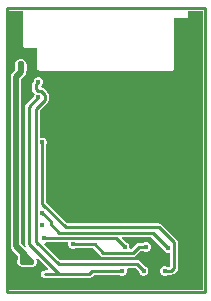
<source format=gbl>
G04*
G04 #@! TF.GenerationSoftware,Altium Limited,Altium Designer,22.10.1 (41)*
G04*
G04 Layer_Physical_Order=2*
G04 Layer_Color=16711680*
%FSLAX25Y25*%
%MOIN*%
G70*
G04*
G04 #@! TF.SameCoordinates,077065BD-E97D-4B40-AF25-1AFBA95EC0C4*
G04*
G04*
G04 #@! TF.FilePolarity,Positive*
G04*
G01*
G75*
%ADD15C,0.01000*%
%ADD28C,0.02016*%
%ADD29C,0.01575*%
%ADD30C,0.02165*%
G36*
X32283Y-55890D02*
X-32268D01*
Y37168D01*
X-27575D01*
Y25591D01*
X-27513Y25283D01*
X-27339Y25023D01*
X-27079Y24849D01*
X-26772Y24788D01*
X-22850D01*
Y18000D01*
X-22789Y17693D01*
X-22615Y17432D01*
X-22354Y17258D01*
X-22047Y17197D01*
X22047D01*
X22354Y17258D01*
X22615Y17432D01*
X22789Y17693D01*
X22850Y18000D01*
Y34630D01*
X26772D01*
X27079Y34691D01*
X27339Y34865D01*
X27513Y35126D01*
X27575Y35433D01*
Y37168D01*
X32283D01*
Y-55890D01*
D02*
G37*
%LPC*%
G36*
X-27975Y21161D02*
X-28718D01*
X-29406Y20877D01*
X-29932Y20351D01*
X-30217Y19663D01*
Y18919D01*
X-30177Y18824D01*
Y17397D01*
X-30194Y17354D01*
X-31216Y16333D01*
X-31612Y15740D01*
X-31752Y15039D01*
Y-41339D01*
X-31612Y-42039D01*
X-31216Y-42633D01*
X-29390Y-44459D01*
Y-45989D01*
X-29429Y-46085D01*
Y-46829D01*
X-29144Y-47516D01*
X-28618Y-48042D01*
X-27931Y-48327D01*
X-27549D01*
X-27512Y-48334D01*
X-24850D01*
X-24813Y-48327D01*
X-24431D01*
X-23744Y-48042D01*
X-23218Y-47516D01*
X-22933Y-46829D01*
Y-46085D01*
X-23154Y-45551D01*
X-22730Y-45268D01*
X-19135Y-48863D01*
X-19326Y-49325D01*
X-20228D01*
X-20731Y-49425D01*
X-21157Y-49710D01*
X-21441Y-50135D01*
X-21541Y-50638D01*
X-21441Y-51140D01*
X-21157Y-51566D01*
X-20731Y-51850D01*
X-20228Y-51950D01*
X-5590D01*
X-5087Y-51850D01*
X-4661Y-51566D01*
X-4014Y-50919D01*
X4597D01*
X4620Y-50941D01*
X5199Y-51181D01*
X5825D01*
X6404Y-50941D01*
X6847Y-50498D01*
X7087Y-49920D01*
Y-49293D01*
X6989Y-49057D01*
X7323Y-48557D01*
X9842D01*
X11024Y-49738D01*
Y-49920D01*
X11263Y-50498D01*
X11706Y-50941D01*
X12285Y-51181D01*
X12912D01*
X13490Y-50941D01*
X13934Y-50498D01*
X14173Y-49920D01*
Y-49293D01*
X13934Y-48714D01*
X13490Y-48271D01*
X13113Y-48115D01*
X11314Y-46316D01*
X10888Y-46031D01*
X10386Y-45932D01*
X-15204D01*
X-20478Y-40657D01*
X-20271Y-40157D01*
X-20159D01*
X-19580Y-39918D01*
X-19558Y-39895D01*
X-12738D01*
X-12460Y-40311D01*
X-12511Y-40435D01*
Y-41061D01*
X-12272Y-41640D01*
X-11829Y-42083D01*
X-11250Y-42323D01*
X-10623D01*
X-10045Y-42083D01*
X-10022Y-42061D01*
X-4284D01*
X-1767Y-44578D01*
X-1341Y-44862D01*
X-839Y-44962D01*
X8928D01*
X9430Y-44862D01*
X9856Y-44578D01*
X11547Y-42887D01*
X12551D01*
X12573Y-42910D01*
X13152Y-43150D01*
X13779D01*
X14357Y-42910D01*
X14800Y-42467D01*
X15040Y-41888D01*
Y-41262D01*
X14800Y-40683D01*
X14357Y-40240D01*
X13779Y-40000D01*
X13152D01*
X12573Y-40240D01*
X12551Y-40262D01*
X11003D01*
X10500Y-40362D01*
X10075Y-40647D01*
X8572Y-42149D01*
X8306Y-42128D01*
X7874Y-41888D01*
Y-41262D01*
X7634Y-40683D01*
X7191Y-40240D01*
X6612Y-40000D01*
X6605D01*
X5175Y-38570D01*
X5366Y-38108D01*
X15054D01*
X19085Y-42139D01*
Y-42171D01*
X19325Y-42750D01*
X19768Y-43193D01*
X20347Y-43432D01*
X20973D01*
X21007Y-43419D01*
X21422Y-43696D01*
Y-48076D01*
X21314Y-48184D01*
X20366D01*
X19998Y-48031D01*
X19372D01*
X18793Y-48271D01*
X18350Y-48714D01*
X18110Y-49293D01*
Y-49920D01*
X18350Y-50498D01*
X18793Y-50941D01*
X19372Y-51181D01*
X19998D01*
X20577Y-50941D01*
X20709Y-50809D01*
X21858D01*
X22360Y-50709D01*
X22786Y-50424D01*
X23663Y-49548D01*
X23947Y-49122D01*
X24047Y-48619D01*
Y-40058D01*
X23947Y-39555D01*
X23663Y-39129D01*
X18645Y-34111D01*
X18219Y-33827D01*
X17717Y-33727D01*
X16496D01*
X16338Y-33695D01*
X-12874D01*
X-19841Y-26728D01*
Y-7607D01*
X-19818Y-7585D01*
X-19579Y-7006D01*
Y-6380D01*
X-19818Y-5801D01*
X-20261Y-5358D01*
X-20840Y-5118D01*
X-21467D01*
X-21500Y-5132D01*
X-21916Y-4854D01*
Y4002D01*
X-19438Y6480D01*
X-19153Y6906D01*
X-19053Y7408D01*
Y9127D01*
X-19153Y9629D01*
X-19438Y10055D01*
X-20653Y11271D01*
X-21079Y11555D01*
X-21339Y11607D01*
X-21407Y11750D01*
X-21459Y12141D01*
X-21106Y12494D01*
X-20866Y13073D01*
Y13699D01*
X-21106Y14278D01*
X-21549Y14721D01*
X-22128Y14961D01*
X-22754D01*
X-23333Y14721D01*
X-23776Y14278D01*
X-24016Y13699D01*
Y13582D01*
X-24157Y13441D01*
X-24441Y13015D01*
X-24541Y12513D01*
Y10928D01*
X-24441Y10426D01*
X-24157Y10000D01*
X-23571Y9414D01*
X-23566Y9369D01*
X-23776Y9160D01*
X-24016Y8581D01*
Y8549D01*
X-26519Y6046D01*
X-26803Y5620D01*
X-26903Y5118D01*
Y-40551D01*
X-26803Y-41054D01*
X-26587Y-41377D01*
X-26975Y-41696D01*
X-28091Y-40580D01*
Y14281D01*
X-27052Y15319D01*
X-26655Y15913D01*
X-26574Y16321D01*
X-26476Y16557D01*
Y16898D01*
X-26380Y17380D01*
Y19115D01*
X-26476Y19598D01*
Y19663D01*
X-26502Y19724D01*
X-26520Y19816D01*
X-26572Y19894D01*
X-26761Y20351D01*
X-27287Y20877D01*
X-27975Y21161D01*
D02*
G37*
%LPD*%
D15*
X-18305Y-34057D02*
X-15567Y-36795D01*
X-18305Y-34057D02*
Y-33054D01*
X-21154Y-30206D02*
X-18305Y-33054D01*
X19685Y-49606D02*
X19795Y-49496D01*
X21858D01*
X22735Y-48619D01*
Y-40058D01*
X12598Y-49606D02*
Y-49457D01*
X10386Y-47244D02*
X12598Y-49457D01*
X-15748Y-47244D02*
X10386D01*
X-5590Y-50638D02*
X-4558Y-49606D01*
X5512D01*
X-15504Y-50638D02*
X-5590D01*
X16370Y-35039D02*
X17717D01*
X22735Y-40058D01*
X-21154Y-27272D02*
X-13417Y-35008D01*
X16338D02*
X16370Y-35039D01*
X-13417Y-35008D02*
X16338D01*
X-15567Y-36795D02*
X15598D01*
X20660Y-41857D01*
X-20472Y-38583D02*
X3332D01*
X6299Y-41550D01*
X-3740Y-40748D02*
X-839Y-43650D01*
X-10937Y-40748D02*
X-3740D01*
X-21154Y-27272D02*
Y-6693D01*
X-20228Y-50638D02*
X-15504D01*
X6299Y-41550D02*
Y-41550D01*
X-25591Y-40551D02*
X-15504Y-50638D01*
X8928Y-43650D02*
X11003Y-41575D01*
X-839Y-43650D02*
X8928D01*
X11003Y-41575D02*
X13465D01*
X-23228Y-39764D02*
X-15748Y-47244D01*
X-23228Y4546D02*
X-20366Y7408D01*
X-23228Y12513D02*
X-22441Y13300D01*
X-22643Y10343D02*
X-21581D01*
X-23228Y10928D02*
Y12513D01*
Y10928D02*
X-22643Y10343D01*
X-22441Y13300D02*
Y13386D01*
X-20366Y7408D02*
Y9127D01*
X-23228Y-39764D02*
Y4546D01*
X-21581Y10343D02*
X-20366Y9127D01*
X-25591Y-40551D02*
Y5118D01*
X-22441Y8268D01*
X-33071Y-56693D02*
Y37971D01*
Y-56693D02*
X33071D01*
Y37971D01*
X-33071D02*
X33071D01*
D28*
X-28346Y18367D02*
Y19291D01*
Y17244D02*
Y18367D01*
Y19251D02*
X-28211Y19115D01*
X-28346Y19251D02*
Y19291D01*
X-28211Y17380D02*
Y19115D01*
X-28346Y17244D02*
X-28211Y17380D01*
X-28346Y16929D02*
Y17244D01*
X-29921Y15039D02*
X-28346Y16614D01*
X-29921Y-41339D02*
Y15039D01*
Y-41339D02*
X-27559Y-43701D01*
Y-46457D02*
Y-43701D01*
X-24803Y-46457D01*
X-24850Y-46504D02*
X-24803Y-46457D01*
X-27512Y-46504D02*
X-24850D01*
X-27559Y-46457D02*
X-27512Y-46504D01*
D29*
X-21154Y-30206D02*
D03*
X19685Y-49606D02*
D03*
X12598D02*
D03*
X5512D02*
D03*
X-10937Y-40748D02*
D03*
X-21154Y-6693D02*
D03*
X4480Y-53150D02*
D03*
X-543D02*
D03*
X-21154Y-34152D02*
D03*
X25984Y-34646D02*
D03*
X29134Y23228D02*
D03*
Y33071D02*
D03*
X-18661Y-53937D02*
D03*
X-22677D02*
D03*
X6299Y-41575D02*
D03*
X13465D02*
D03*
X20660Y-41857D02*
D03*
X-22441Y8268D02*
D03*
Y13386D02*
D03*
X-20472Y-38583D02*
D03*
D30*
X-28346Y16929D02*
D03*
Y19291D02*
D03*
X-24803Y-46457D02*
D03*
X-27559D02*
D03*
M02*

</source>
